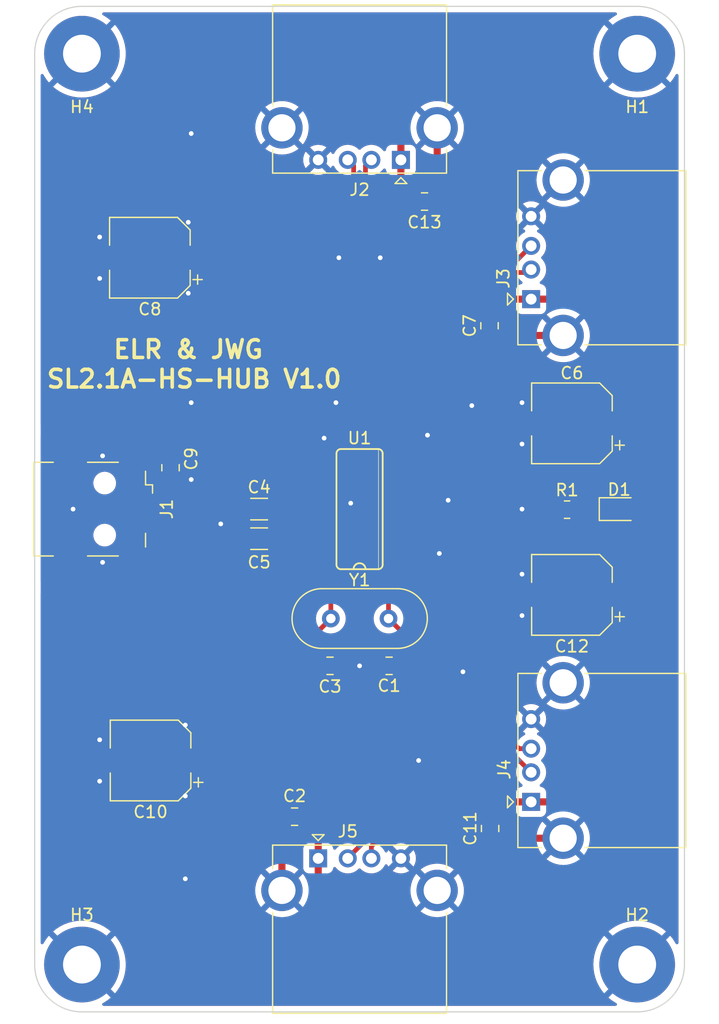
<source format=kicad_pcb>
(kicad_pcb (version 20211014) (generator pcbnew)
  (layers (0 "F.Cu" signal) (31 "B.Cu" signal) (34 "B.Paste" user) (35 "F.Paste" user) (36 "B.SilkS" user "B.Silkscreen") (37 "F.SilkS" user "F.Silkscreen") (38 "B.Mask" user) (39 "F.Mask" user) (44 "Edge.Cuts" user))
  (net 0 "")
  (net 1 "Net-(C1-Pad1)")
  (net 2 "GND")
  (net 3 "+5V")
  (net 4 "Net-(C3-Pad1)")
  (net 5 "Net-(C4-Pad2)")
  (net 6 "Net-(C5-Pad2)")
  (net 7 "Net-(J1-Pad2)")
  (net 8 "Net-(J1-Pad3)")
  (net 10 "Net-(J2-Pad2)")
  (net 11 "Net-(J2-Pad3)")
  (net 12 "Net-(J3-Pad2)")
  (net 13 "Net-(J3-Pad3)")
  (net 14 "Net-(J4-Pad2)")
  (net 15 "Net-(J4-Pad3)")
  (net 16 "Net-(J5-Pad2)")
  (net 17 "Net-(J5-Pad3)")
  (net 18 "Net-(D1-Pad1)")
  (footprint "Capacitor_SMD:CP_Elec_6.3x5.2" (layer "F.Cu") (at 130.75 84.25 180)
    (fp_text reference "C8" (at 0 -4.35) (layer "F.SilkS"))
    (fp_text value "100u")
    (fp_line (start 3.41 -3.41) (end 3.41 -1.06) (layer "F.SilkS") (width 0.12))
    (fp_line (start -3.41 2.345563) (end -3.41 1.06) (layer "F.SilkS") (width 0.12))
    (fp_line (start -2.345563 -3.41) (end 3.41 -3.41) (layer "F.SilkS") (width 0.12))
    (fp_line (start -3.41 -2.345563) (end -2.345563 -3.41) (layer "F.SilkS") (width 0.12))
    (fp_line (start -2.345563 3.41) (end 3.41 3.41) (layer "F.SilkS") (width 0.12))
    (fp_line (start -4.4375 -1.8475) (end -3.65 -1.8475) (layer "F.SilkS") (width 0.12))
    (fp_line (start -3.41 -2.345563) (end -3.41 -1.06) (layer "F.SilkS") (width 0.12))
    (fp_line (start -3.41 2.345563) (end -2.345563 3.41) (layer "F.SilkS") (width 0.12))
    (fp_line (start 3.41 3.41) (end 3.41 1.06) (layer "F.SilkS") (width 0.12))
    (fp_line (start -4.04375 -2.24125) (end -4.04375 -1.45375) (layer "F.SilkS") (width 0.12))
    (pad "1" smd roundrect locked (at -2.8 0 180) (size 3.5 1.6) (layers "F.Cu" "F.Paste" "F.Mask") (roundrect_rratio 0.15625) (net 3 "+5V"))
    (pad "2" smd roundrect locked (at 2.8 0 180) (size 3.5 1.6) (layers "F.Cu" "F.Paste" "F.Mask") (roundrect_rratio 0.15625) (net 2 "GND"))
  )
  (footprint "Capacitor_SMD:C_0805_2012Metric" (layer "F.Cu") (at 143 131.5 180)
    (fp_text reference "C2" (at 0 1.75) (layer "F.SilkS"))
    (fp_text value "0.1u")
    (fp_line (start -0.261252 -0.735) (end 0.261252 -0.735) (layer "F.SilkS") (width 0.12))
    (fp_line (start -0.261252 0.735) (end 0.261252 0.735) (layer "F.SilkS") (width 0.12))
    (pad "1" smd roundrect (at -0.95 0 180) (size 1 1.45) (layers "F.Cu" "F.Paste" "F.Mask") (net 3 "+5V"))
    (pad "2" smd roundrect (at 0.95 0 180) (size 1 1.45) (layers "F.Cu" "F.Paste" "F.Mask") (net 2 "GND"))
  )
  (footprint "Connector_USB:USB_A_CONNFLY_DS1095-WNR0" (layer "F.Cu") (at 152 75.9775 180)
    (fp_text reference "J2" (at 3.5 -2.5225) (layer "F.SilkS"))
    (fp_text value "USB_A")
    (fp_line (start -3.86 4.56) (end -3.86 13.1) (layer "F.SilkS") (width 0.12))
    (fp_line (start -3.86 13.1) (end 10.86 13.1) (layer "F.SilkS") (width 0.12))
    (fp_line (start -0.5 -2) (end 0 -1.5) (layer "F.SilkS") (width 0.12))
    (fp_line (start -3.86 -1.12) (end 10.86 -1.12) (layer "F.SilkS") (width 0.12))
    (fp_line (start 0 -1.5) (end 0.5 -2) (layer "F.SilkS") (width 0.12))
    (fp_line (start 0.5 -2) (end -0.5 -2) (layer "F.SilkS") (width 0.12))
    (fp_line (start -3.86 -1.12) (end -3.86 0.86) (layer "F.SilkS") (width 0.12))
    (fp_line (start 10.86 4.56) (end 10.86 13.1) (layer "F.SilkS") (width 0.12))
    (fp_line (start 10.86 0.86) (end 10.86 -1.12) (layer "F.SilkS") (width 0.12))
    (pad "1" thru_hole rect locked (at 0 0 180) (size 1.524 1.524) (drill 0.92) (layers *.Cu *.Mask) (net 3 "+5V"))
    (pad "2" thru_hole circle locked (at 2.5 0 180) (size 1.524 1.524) (drill 0.92) (layers *.Cu *.Mask) (net 10 "Net-(J2-Pad2)"))
    (pad "3" thru_hole circle locked (at 4.5 0 180) (size 1.524 1.524) (drill 0.92) (layers *.Cu *.Mask) (net 11 "Net-(J2-Pad3)"))
    (pad "4" thru_hole circle locked (at 7 0 180) (size 1.524 1.524) (drill 0.92) (layers *.Cu *.Mask) (net 2 "GND"))
    (pad "5" thru_hole circle locked (at 10.07 2.71 180) (size 3.5 3.5) (drill 2.3) (layers *.Cu *.Mask) (net 2 "GND"))
    (pad "5" thru_hole circle locked (at -3.07 2.71 180) (size 3.5 3.5) (drill 2.3) (layers *.Cu *.Mask) (net 2 "GND"))
  )
  (footprint "Capacitor_SMD:CP_Elec_6.3x5.2" (layer "F.Cu") (at 166.474396 112.75 180)
    (fp_text reference "C12" (at 0 -4.35) (layer "F.SilkS"))
    (fp_text value "100u")
    (fp_line (start 3.41 -3.41) (end 3.41 -1.06) (layer "F.SilkS") (width 0.12))
    (fp_line (start -2.345563 3.41) (end 3.41 3.41) (layer "F.SilkS") (width 0.12))
    (fp_line (start -4.4375 -1.8475) (end -3.65 -1.8475) (layer "F.SilkS") (width 0.12))
    (fp_line (start -3.41 -2.345563) (end -3.41 -1.06) (layer "F.SilkS") (width 0.12))
    (fp_line (start -3.41 2.345563) (end -2.345563 3.41) (layer "F.SilkS") (width 0.12))
    (fp_line (start -2.345563 -3.41) (end 3.41 -3.41) (layer "F.SilkS") (width 0.12))
    (fp_line (start -3.41 -2.345563) (end -2.345563 -3.41) (layer "F.SilkS") (width 0.12))
    (fp_line (start 3.41 3.41) (end 3.41 1.06) (layer "F.SilkS") (width 0.12))
    (fp_line (start -3.41 2.345563) (end -3.41 1.06) (layer "F.SilkS") (width 0.12))
    (fp_line (start -4.04375 -2.24125) (end -4.04375 -1.45375) (layer "F.SilkS") (width 0.12))
    (pad "1" smd roundrect locked (at -2.8 0 180) (size 3.5 1.6) (layers "F.Cu" "F.Paste" "F.Mask") (roundrect_rratio 0.15625) (net 3 "+5V"))
    (pad "2" smd roundrect locked (at 2.8 0 180) (size 3.5 1.6) (layers "F.Cu" "F.Paste" "F.Mask") (roundrect_rratio 0.15625) (net 2 "GND"))
  )
  (footprint "Connector_USB:USB_A_CONNFLY_DS1095-WNR0" (layer "F.Cu") (at 145 135.0225)
    (fp_text reference "J5" (at 2.5 -2.2725) (layer "F.SilkS"))
    (fp_text value "USB_A")
    (fp_line (start 10.86 4.56) (end 10.86 13.1) (layer "F.SilkS") (width 0.12))
    (fp_line (start 10.86 0.86) (end 10.86 -1.12) (layer "F.SilkS") (width 0.12))
    (fp_line (start -3.86 13.1) (end 10.86 13.1) (layer "F.SilkS") (width 0.12))
    (fp_line (start 0 -1.5) (end 0.5 -2) (layer "F.SilkS") (width 0.12))
    (fp_line (start -3.86 -1.12) (end -3.86 0.86) (layer "F.SilkS") (width 0.12))
    (fp_line (start -3.86 -1.12) (end 10.86 -1.12) (layer "F.SilkS") (width 0.12))
    (fp_line (start 0.5 -2) (end -0.5 -2) (layer "F.SilkS") (width 0.12))
    (fp_line (start -3.86 4.56) (end -3.86 13.1) (layer "F.SilkS") (width 0.12))
    (fp_line (start -0.5 -2) (end 0 -1.5) (layer "F.SilkS") (width 0.12))
    (pad "1" thru_hole rect locked (at 0 0) (size 1.524 1.524) (drill 0.92) (layers *.Cu *.Mask) (net 3 "+5V"))
    (pad "2" thru_hole circle locked (at 2.5 0) (size 1.524 1.524) (drill 0.92) (layers *.Cu *.Mask) (net 16 "Net-(J5-Pad2)"))
    (pad "3" thru_hole circle locked (at 4.5 0) (size 1.524 1.524) (drill 0.92) (layers *.Cu *.Mask) (net 17 "Net-(J5-Pad3)"))
    (pad "4" thru_hole circle locked (at 7 0) (size 1.524 1.524) (drill 0.92) (layers *.Cu *.Mask) (net 2 "GND"))
    (pad "5" thru_hole circle locked (at 10.07 2.71) (size 3.5 3.5) (drill 2.3) (layers *.Cu *.Mask) (net 2 "GND"))
    (pad "5" thru_hole circle locked (at -3.07 2.71) (size 3.5 3.5) (drill 2.3) (layers *.Cu *.Mask) (net 2 "GND"))
  )
  (footprint "SL2:SO16" (layer "F.Cu") (at 148.5 105.5 90)
    (fp_text reference "U1" (at 6 0 180) (layer "F.SilkS"))
    (fp_text value "SL2.1A")
    (fp_line (start 5.08 1.5748) (end 5.08 -1.5748) (layer "F.SilkS") (width 0.1524))
    (fp_line (start -5.08 -1.5748) (end -5.08 -0.508) (layer "F.SilkS") (width 0.1524))
    (fp_line (start -5.08 1.6002) (end 5.08 1.6002) (layer "F.SilkS") (width 0.0508))
    (fp_line (start -4.699 1.9558) (end 4.699 1.9558) (layer "F.SilkS") (width 0.1524))
    (fp_line (start -5.08 -0.508) (end -5.08 0.508) (layer "F.SilkS") (width 0.1524))
    (fp_line (start 4.699 -1.9558) (end -4.699 -1.9558) (layer "F.SilkS") (width 0.1524))
    (fp_line (start -5.08 0.508) (end -5.08 1.5748) (layer "F.SilkS") (width 0.1524))
    (fp_arc (start 5.08 1.5748) (mid 4.968408 1.844208) (end 4.699 1.9558) (layer "F.SilkS") (width 0.1524))
    (fp_arc (start -5.08 -0.508) (mid -4.572 0) (end -5.08 0.508) (layer "F.SilkS") (width 0.1524))
    (fp_arc (start -5.08 -1.5748) (mid -4.968408 -1.844208) (end -4.699 -1.9558) (layer "F.SilkS") (width 0.1524))
    (fp_arc (start 4.699 -1.9558) (mid 4.968408 -1.844208) (end 5.08 -1.5748) (layer "F.SilkS") (width 0.1524))
    (fp_arc (start -4.699 1.9558) (mid -4.968408 1.844208) (end -5.08 1.5748) (layer "F.SilkS") (width 0.1524))
    (pad "1" smd rect locked (at -4.445 3.0734 90) (size 0.6604 2.032) (layers "F.Cu" "F.Paste" "F.Mask") (net 16 "Net-(J5-Pad2)"))
    (pad "2" smd rect locked (at -3.175 3.0734 90) (size 0.6604 2.032) (layers "F.Cu" "F.Paste" "F.Mask") (net 17 "Net-(J5-Pad3)"))
    (pad "3" smd rect locked (at -1.905 3.0734 90) (size 0.6604 2.032) (layers "F.Cu" "F.Paste" "F.Mask") (net 14 "Net-(J4-Pad2)"))
    (pad "4" smd rect locked (at -0.635 3.0734 90) (size 0.6604 2.032) (layers "F.Cu" "F.Paste" "F.Mask") (net 15 "Net-(J4-Pad3)"))
    (pad "5" smd rect locked (at 0.635 3.0734 90) (size 0.6604 2.032) (layers "F.Cu" "F.Paste" "F.Mask") (net 12 "Net-(J3-Pad2)"))
    (pad "6" smd rect locked (at 1.905 3.0734 90) (size 0.6604 2.032) (layers "F.Cu" "F.Paste" "F.Mask") (net 13 "Net-(J3-Pad3)"))
    (pad "7" smd rect locked (at 3.175 3.0734 90) (size 0.6604 2.032) (layers "F.Cu" "F.Paste" "F.Mask") (net 10 "Net-(J2-Pad2)"))
    (pad "8" smd rect locked (at 4.445 3.0734 90) (size 0.6604 2.032) (layers "F.Cu" "F.Paste" "F.Mask") (net 11 "Net-(J2-Pad3)"))
    (pad "9" smd rect locked (at 4.445 -3.0734 90) (size 0.6604 2.032) (layers "F.Cu" "F.Paste" "F.Mask") (net 7 "Net-(J1-Pad2)"))
    (pad "10" smd rect locked (at 3.175 -3.0734 90) (size 0.6604 2.032) (layers "F.Cu" "F.Paste" "F.Mask") (net 8 "Net-(J1-Pad3)"))
    (pad "11" smd rect locked (at 1.905 -3.0734 90) (size 0.6604 2.032) (layers "F.Cu" "F.Paste" "F.Mask") (net 3 "+5V"))
    (pad "12" smd rect locked (at 0.635 -3.0734 90) (size 0.6604 2.032) (layers "F.Cu" "F.Paste" "F.Mask") (net 2 "GND"))
    (pad "13" smd rect locked (at -0.635 -3.0734 90) (size 0.6604 2.032) (layers "F.Cu" "F.Paste" "F.Mask") (net 5 "Net-(C4-Pad2)"))
    (pad "14" smd rect locked (at -1.905 -3.0734 90) (size 0.6604 2.032) (layers "F.Cu" "F.Paste" "F.Mask") (net 6 "Net-(C5-Pad2)"))
    (pad "15" smd rect locked (at -3.175 -3.0734 90) (size 0.6604 2.032) (layers "F.Cu" "F.Paste" "F.Mask") (net 1 "Net-(C1-Pad1)"))
    (pad "16" smd rect locked (at -4.445 -3.0734 90) (size 0.6604 2.032) (layers "F.Cu" "F.Paste" "F.Mask") (net 4 "Net-(C3-Pad1)"))
  )
  (footprint "Capacitor_SMD:C_1206_3216Metric" (layer "F.Cu") (at 140 105.5)
    (fp_text reference "C4" (at 0 -1.85) (layer "F.SilkS"))
    (fp_text value "10u")
    (fp_line (start -0.711252 0.91) (end 0.711252 0.91) (layer "F.SilkS") (width 0.12))
    (fp_line (start -0.711252 -0.91) (end 0.711252 -0.91) (layer "F.SilkS") (width 0.12))
    (pad "1" smd roundrect (at -1.475 0) (size 1.15 1.8) (layers "F.Cu" "F.Paste" "F.Mask") (roundrect_rratio 0.2173913043) (net 2 "GND"))
    (pad "2" smd roundrect (at 1.475 0) (size 1.15 1.8) (layers "F.Cu" "F.Paste" "F.Mask") (roundrect_rratio 0.2173913043) (net 5 "Net-(C4-Pad2)"))
  )
  (footprint "Capacitor_SMD:C_1206_3216Metric" (layer "F.Cu") (at 140 108)
    (fp_text reference "C5" (at 0 2) (layer "F.SilkS"))
    (fp_text value "10u")
    (fp_line (start -0.711252 0.91) (end 0.711252 0.91) (layer "F.SilkS") (width 0.12))
    (fp_line (start -0.711252 -0.91) (end 0.711252 -0.91) (layer "F.SilkS") (width 0.12))
    (pad "1" smd roundrect (at -1.475 0) (size 1.15 1.8) (layers "F.Cu" "F.Paste" "F.Mask") (roundrect_rratio 0.2173913043) (net 2 "GND"))
    (pad "2" smd roundrect (at 1.475 0) (size 1.15 1.8) (layers "F.Cu" "F.Paste" "F.Mask") (roundrect_rratio 0.2173913043) (net 6 "Net-(C5-Pad2)"))
  )
  (footprint "Connector_USB:USB_A_CONNFLY_DS1095-WNR0" (layer "F.Cu") (at 163.0225 87.75 90)
    (fp_text reference "J3" (at 1.75 -2.35 90) (layer "F.SilkS"))
    (fp_text value "USB_A")
    (fp_line (start 0.5 -2) (end -0.5 -2) (layer "F.SilkS") (width 0.12))
    (fp_line (start -3.86 13.1) (end 10.86 13.1) (layer "F.SilkS") (width 0.12))
    (fp_line (start 10.86 4.56) (end 10.86 13.1) (layer "F.SilkS") (width 0.12))
    (fp_line (start 0 -1.5) (end 0.5 -2) (layer "F.SilkS") (width 0.12))
    (fp_line (start -3.86 -1.12) (end -3.86 0.86) (layer "F.SilkS") (width 0.12))
    (fp_line (start -3.86 4.56) (end -3.86 13.1) (layer "F.SilkS") (width 0.12))
    (fp_line (start 10.86 0.86) (end 10.86 -1.12) (layer "F.SilkS") (width 0.12))
    (fp_line (start -3.86 -1.12) (end 10.86 -1.12) (layer "F.SilkS") (width 0.12))
    (fp_line (start -0.5 -2) (end 0 -1.5) (layer "F.SilkS") (width 0.12))
    (pad "1" thru_hole rect locked (at 0 0 90) (size 1.524 1.524) (drill 0.92) (layers *.Cu *.Mask) (net 3 "+5V"))
    (pad "2" thru_hole circle locked (at 2.5 0 90) (size 1.524 1.524) (drill 0.92) (layers *.Cu *.Mask) (net 12 "Net-(J3-Pad2)"))
    (pad "3" thru_hole circle locked (at 4.5 0 90) (size 1.524 1.524) (drill 0.92) (layers *.Cu *.Mask) (net 13 "Net-(J3-Pad3)"))
    (pad "4" thru_hole circle locked (at 7 0 90) (size 1.524 1.524) (drill 0.92) (layers *.Cu *.Mask) (net 2 "GND"))
    (pad "5" thru_hole circle locked (at 10.07 2.71 90) (size 3.5 3.5) (drill 2.3) (layers *.Cu *.Mask) (net 2 "GND"))
    (pad "5" thru_hole circle locked (at -3.07 2.71 90) (size 3.5 3.5) (drill 2.3) (layers *.Cu *.Mask) (net 2 "GND"))
  )
  (footprint "Capacitor_SMD:C_0805_2012Metric" (layer "F.Cu") (at 132.5 102 -90)
    (fp_text reference "C9" (at -0.75 -1.75 90) (layer "F.SilkS"))
    (fp_text value "0.1u")
    (fp_line (start -0.261252 -0.735) (end 0.261252 -0.735) (layer "F.SilkS") (width 0.12))
    (fp_line (start -0.261252 0.735) (end 0.261252 0.735) (layer "F.SilkS") (width 0.12))
    (pad "1" smd roundrect (at -0.95 0 270) (size 1 1.45) (layers "F.Cu" "F.Paste" "F.Mask") (net 2 "GND"))
    (pad "2" smd roundrect (at 0.95 0 270) (size 1 1.45) (layers "F.Cu" "F.Paste" "F.Mask") (net 3 "+5V"))
  )
  (footprint "Capacitor_SMD:C_0805_2012Metric" (layer "F.Cu") (at 146 118.75)
    (fp_text reference "C3" (at 0 1.75) (layer "F.SilkS"))
    (fp_text value "22p")
    (fp_line (start -0.261252 0.735) (end 0.261252 0.735) (layer "F.SilkS") (width 0.12))
    (fp_line (start -0.261252 -0.735) (end 0.261252 -0.735) (layer "F.SilkS") (width 0.12))
    (pad "1" smd roundrect (at -0.95 0) (size 1 1.45) (layers "F.Cu" "F.Paste" "F.Mask") (net 4 "Net-(C3-Pad1)"))
    (pad "2" smd roundrect (at 0.95 0) (size 1 1.45) (layers "F.Cu" "F.Paste" "F.Mask") (net 2 "GND"))
  )
  (footprint "Crystal:Crystal_HC49-4H_Vertical" (layer "F.Cu") (at 150.95 114.75 180)
    (fp_text reference "Y1" (at 2.44 3.25) (layer "F.SilkS"))
    (fp_text value "12MHz")
    (fp_line (start -0.76 2.525) (end 5.64 2.525) (layer "F.SilkS") (width 0.12))
    (fp_line (start -0.76 -2.525) (end 5.64 -2.525) (layer "F.SilkS") (width 0.12))
    (fp_arc (start -0.76 2.525) (mid -3.285 0) (end -0.76 -2.525) (layer "F.SilkS") (width 0.12))
    (fp_arc (start 5.64 -2.525) (mid 8.165 0) (end 5.64 2.525) (layer "F.SilkS") (width 0.12))
    (pad "1" thru_hole circle (at 0 0 180) (size 1.5 1.5) (drill 0.8) (layers *.Cu *.Mask) (net 1 "Net-(C1-Pad1)"))
    (pad "2" thru_hole circle (at 4.88 0 180) (size 1.5 1.5) (drill 0.8) (layers *.Cu *.Mask) (net 4 "Net-(C3-Pad1)"))
  )
  (footprint "MountingHole:MountingHole_3.2mm_M3_Pad" (layer "F.Cu") (at 172 67)
    (fp_text reference "H1" (at 0 4.5) (layer "F.SilkS"))
    (fp_text value "MountingHole_Pad")
    (pad "1" thru_hole circle locked (at 0 0) (size 6.4 6.4) (drill 3.2) (layers *.Cu *.Mask) (net 2 "GND"))
  )
  (footprint "Capacitor_SMD:C_0805_2012Metric" (layer "F.Cu") (at 151 118.75 180)
    (fp_text reference "C1" (at 0 -1.68) (layer "F.SilkS"))
    (fp_text value "22p")
    (fp_line (start -0.261252 -0.735) (end 0.261252 -0.735) (layer "F.SilkS") (width 0.12))
    (fp_line (start -0.261252 0.735) (end 0.261252 0.735) (layer "F.SilkS") (width 0.12))
    (pad "1" smd roundrect (at -0.95 0 180) (size 1 1.45) (layers "F.Cu" "F.Paste" "F.Mask") (net 1 "Net-(C1-Pad1)"))
    (pad "2" smd roundrect (at 0.95 0 180) (size 1 1.45) (layers "F.Cu" "F.Paste" "F.Mask") (net 2 "GND"))
  )
  (footprint "Capacitor_SMD:C_0805_2012Metric" (layer "F.Cu") (at 159.5 90 90)
    (fp_text reference "C7" (at 0 -1.68 90) (layer "F.SilkS"))
    (fp_text value "0.1u")
    (fp_line (start -0.261252 -0.735) (end 0.261252 -0.735) (layer "F.SilkS") (width 0.12))
    (fp_line (start -0.261252 0.735) (end 0.261252 0.735) (layer "F.SilkS") (width 0.12))
    (pad "1" smd roundrect (at -0.95 0 90) (size 1 1.45) (layers "F.Cu" "F.Paste" "F.Mask") (net 2 "GND"))
    (pad "2" smd roundrect (at 0.95 0 90) (size 1 1.45) (layers "F.Cu" "F.Paste" "F.Mask") (net 3 "+5V"))
  )
  (footprint "Connector_USB:USB_A_CONNFLY_DS1095-WNR0" (layer "F.Cu") (at 163.0225 130.25 90)
    (fp_text reference "J4" (at 2.75 -2.2725 90) (layer "F.SilkS"))
    (fp_text value "USB_A")
    (fp_line (start 0.5 -2) (end -0.5 -2) (layer "F.SilkS") (width 0.12))
    (fp_line (start -3.86 -1.12) (end 10.86 -1.12) (layer "F.SilkS") (width 0.12))
    (fp_line (start 10.86 0.86) (end 10.86 -1.12) (layer "F.SilkS") (width 0.12))
    (fp_line (start -0.5 -2) (end 0 -1.5) (layer "F.SilkS") (width 0.12))
    (fp_line (start -3.86 -1.12) (end -3.86 0.86) (layer "F.SilkS") (width 0.12))
    (fp_line (start -3.86 4.56) (end -3.86 13.1) (layer "F.SilkS") (width 0.12))
    (fp_line (start 0 -1.5) (end 0.5 -2) (layer "F.SilkS") (width 0.12))
    (fp_line (start 10.86 4.56) (end 10.86 13.1) (layer "F.SilkS") (width 0.12))
    (fp_line (start -3.86 13.1) (end 10.86 13.1) (layer "F.SilkS") (width 0.12))
    (pad "1" thru_hole rect locked (at 0 0 90) (size 1.524 1.524) (drill 0.92) (layers *.Cu *.Mask) (net 3 "+5V"))
    (pad "2" thru_hole circle locked (at 2.5 0 90) (size 1.524 1.524) (drill 0.92) (layers *.Cu *.Mask) (net 14 "Net-(J4-Pad2)"))
    (pad "3" thru_hole circle locked (at 4.5 0 90) (size 1.524 1.524) (drill 0.92) (layers *.Cu *.Mask) (net 15 "Net-(J4-Pad3)"))
    (pad "4" thru_hole circle locked (at 7 0 90) (size 1.524 1.524) (drill 0.92) (layers *.Cu *.Mask) (net 2 "GND"))
    (pad "5" thru_hole circle locked (at 10.07 2.71 90) (size 3.5 3.5) (drill 2.3) (layers *.Cu *.Mask) (net 2 "GND"))
    (pad "5" thru_hole circle locked (at -3.07 2.71 90) (size 3.5 3.5) (drill 2.3) (layers *.Cu *.Mask) (net 2 "GND"))
  )
  (footprint "MountingHole:MountingHole_3.2mm_M3_Pad" (layer "F.Cu") (at 125 67)
    (fp_text reference "H4" (at 0 4.5) (layer "F.SilkS"))
    (fp_text value "MountingHole_Pad")
    (pad "1" thru_hole circle locked (at 0 0) (size 6.4 6.4) (drill 3.2) (layers *.Cu *.Mask) (net 2 "GND"))
  )
  (footprint "Capacitor_SMD:CP_Elec_6.3x5.2" (layer "F.Cu") (at 130.808523 126.75 180)
    (fp_text reference "C10" (at 0 -4.35) (layer "F.SilkS"))
    (fp_text value "100u")
    (fp_line (start -3.41 2.345563) (end -2.345563 3.41) (layer "F.SilkS") (width 0.12))
    (fp_line (start -3.41 -2.345563) (end -2.345563 -3.41) (layer "F.SilkS") (width 0.12))
    (fp_line (start -4.04375 -2.24125) (end -4.04375 -1.45375) (layer "F.SilkS") (width 0.12))
    (fp_line (start -4.4375 -1.8475) (end -3.65 -1.8475) (layer "F.SilkS") (width 0.12))
    (fp_line (start -2.345563 -3.41) (end 3.41 -3.41) (layer "F.SilkS") (width 0.12))
    (fp_line (start -2.345563 3.41) (end 3.41 3.41) (layer "F.SilkS") (width 0.12))
    (fp_line (start 3.41 -3.41) (end 3.41 -1.06) (layer "F.SilkS") (width 0.12))
    (fp_line (start -3.41 -2.345563) (end -3.41 -1.06) (layer "F.SilkS") (width 0.12))
    (fp_line (start -3.41 2.345563) (end -3.41 1.06) (layer "F.SilkS") (width 0.12))
    (fp_line (start 3.41 3.41) (end 3.41 1.06) (layer "F.SilkS") (width 0.12))
    (pad "1" smd roundrect locked (at -2.8 0 180) (size 3.5 1.6) (layers "F.Cu" "F.Paste" "F.Mask") (roundrect_rratio 0.15625) (net 3 "+5V"))
    (pad "2" smd roundrect locked (at 2.8 0 180) (size 3.5 1.6) (layers "F.Cu" "F.Paste" "F.Mask") (roundrect_rratio 0.15625) (net 2 "GND"))
  )
  (footprint "Resistor_SMD:R_0805_2012Metric" (layer "F.Cu") (at 166.064396 105.545)
    (fp_text reference "R1" (at 0 -1.65) (layer "F.SilkS"))
    (fp_text value "2.2K")
    (fp_line (start -0.227064 -0.735) (end 0.227064 -0.735) (layer "F.SilkS") (width 0.12))
    (fp_line (start -0.227064 0.735) (end 0.227064 0.735) (layer "F.SilkS") (width 0.12))
    (pad "1" smd roundrect (at -0.9125 0) (size 1.025 1.4) (layers "F.Cu" "F.Paste" "F.Mask") (roundrect_rratio 0.243902439) (net 2 "GND"))
    (pad "2" smd roundrect (at 0.9125 0) (size 1.025 1.4) (layers "F.Cu" "F.Paste" "F.Mask") (roundrect_rratio 0.243902439) (net 18 "Net-(D1-Pad1)"))
  )
  (footprint "Connector_USB:USB_Mini-B_Wuerth_65100516121_Horizontal" (layer "F.Cu") (at 126.925 105.5 -90)
    (fp_text reference "J1" (at 0 -5.25 90) (layer "F.SilkS"))
    (fp_text value "USB_B_Mini")
    (fp_line (start 3.96 -1.15) (end 3.96 1.45) (layer "F.SilkS") (width 0.12))
    (fp_line (start -3.96 4.35) (end -3.96 6.01) (layer "F.SilkS") (width 0.12))
    (fp_line (start -3.2 -3.46) (end -2.05 -3.46) (layer "F.SilkS") (width 0.12))
    (fp_line (start -2.05 -3.46) (end -2.05 -4.05) (layer "F.SilkS") (width 0.12))
    (fp_line (start -2.05 -4.05) (end -1.35 -4.05) (layer "F.SilkS") (width 0.12))
    (fp_line (start 3.96 6.01) (end 3.96 4.35) (layer "F.SilkS") (width 0.12))
    (fp_line (start -3.96 6.01) (end 3.96 6.01) (layer "F.SilkS") (width 0.12))
    (fp_line (start -3.96 1.45) (end -3.96 -1.15) (layer "F.SilkS") (width 0.12))
    (fp_line (start 2.05 -3.46) (end 3.2 -3.46) (layer "F.SilkS") (width 0.12))
    (pad "" np_thru_hole circle locked (at -2.2 0 270) (size 0.9 0.9) (drill 0.9) (layers *.Cu *.Mask))
    (pad "" np_thru_hole circle locked (at 2.2 0 270) (size 0.9 0.9) (drill 0.9) (layers *.Cu *.Mask))
    (pad "1" smd rect locked (at -1.6 -2.6 270) (size 0.5 2.5) (layers "F.Cu" "F.Paste" "F.Mask") (net 3 "+5V"))
    (pad "2" smd rect locked (at -0.8 -2.6 270) (size 0.5 2.5) (layers "F.Cu" "F.Paste" "F.Mask") (net 7 "Net-(J1-Pad2)"))
    (pad "3" smd rect locked (at 0 -2.6 270) (size 0.5 2.5) (layers "F.Cu" "F.Paste" "F.Mask") (net 8 "Net-(J1-Pad3)"))
    (pad "4" smd rect locked (at 0.8 -2.6 270) (size 0.5 2.5) (layers "F.Cu" "F.Paste" "F.Mask"))
    (pad "5" smd rect locked (at 1.6 -2.6 270) (size 0.5 2.5) (layers "F.Cu" "F.Paste" "F.Mask") (net 2 "GND"))
    (pad "6" smd rect locked (at -4.4 2.9 270) (size 2 2.5) (layers "F.Cu" "F.Paste" "F.Mask") (net 2 "GND"))
    (pad "6" smd rect locked (at 4.4 -2.6 270) (size 2 2.5) (layers "F.Cu" "F.Paste" "F.Mask") (net 2 "GND"))
    (pad "6" smd rect locked (at 4.4 2.9 270) (size 2 2.5) (layers "F.Cu" "F.Paste" "F.Mask") (net 2 "GND"))
    (pad "6" smd rect locked (at -4.4 -2.6 270) (size 2 2.5) (layers "F.Cu" "F.Paste" "F.Mask") (net 2 "GND"))
  )
  (footprint "MountingHole:MountingHole_3.2mm_M3_Pad" (layer "F.Cu") (at 172 144)
    (fp_text reference "H2" (at 0 -4.2) (layer "F.SilkS"))
    (fp_text value "MountingHole_Pad")
    (pad "1" thru_hole circle locked (at 0 0) (size 6.4 6.4) (drill 3.2) (layers *.Cu *.Mask) (net 2 "GND"))
  )
  (footprint "Capacitor_SMD:C_0805_2012Metric" (layer "F.Cu") (at 159.55 132.5 90)
    (fp_text reference "C11" (at 0 -1.68 90) (layer "F.SilkS"))
    (fp_text value "0.1u")
    (fp_line (start -0.261252 -0.735) (end 0.261252 -0.735) (layer "F.SilkS") (width 0.12))
    (fp_line (start -0.261252 0.735) (end 0.261252 0.735) (layer "F.SilkS") (width 0.12))
    (pad "1" smd roundrect (at -0.95 0 90) (size 1 1.45) (layers "F.Cu" "F.Paste" "F.Mask") (net 2 "GND"))
    (pad "2" smd roundrect (at 0.95 0 90) (size 1 1.45) (layers "F.Cu" "F.Paste" "F.Mask") (net 3 "+5V"))
  )
  (footprint "LED_SMD:LED_0805_2012Metric" (layer "F.Cu") (at 170.474396 105.5)
    (fp_text reference "D1" (at 0 -1.65) (layer "F.SilkS"))
    (fp_text value "ORANGE")
    (fp_line (start -1.685 -0.96) (end -1.685 0.96) (layer "F.SilkS") (width 0.12))
    (fp_line (start 1 -0.96) (end -1.685 -0.96) (layer "F.SilkS") (width 0.12))
    (fp_line (start -1.685 0.96) (end 1 0.96) (layer "F.SilkS") (width 0.12))
    (pad "1" smd roundrect (at -0.9375 0) (size 0.975 1.4) (layers "F.Cu" "F.Paste" "F.Mask") (net 18 "Net-(D1-Pad1)"))
    (pad "2" smd roundrect (at 0.9375 0) (size 0.975 1.4) (layers "F.Cu" "F.Paste" "F.Mask") (net 3 "+5V"))
  )
  (footprint "Capacitor_SMD:C_0805_2012Metric" (layer "F.Cu") (at 154 79.5 180)
    (fp_text reference "C13" (at 0 -1.75) (layer "F.SilkS"))
    (fp_text value "0.1u")
    (fp_line (start -0.261252 -0.735) (end 0.261252 -0.735) (layer "F.SilkS") (width 0.12))
    (fp_line (start -0.261252 0.735) (end 0.261252 0.735) (layer "F.SilkS") (width 0.12))
    (pad "1" smd roundrect (at -0.95 0 180) (size 1 1.45) (layers "F.Cu" "F.Paste" "F.Mask") (net 2 "GND"))
    (pad "2" smd roundrect (at 0.95 0 180) (size 1 1.45) (layers "F.Cu" "F.Paste" "F.Mask") (net 3 "+5V"))
  )
  (footprint "MountingHole:MountingHole_3.2mm_M3_Pad" (layer "F.Cu") (at 125 144)
    (fp_text reference "H3" (at 0 -4.2) (layer "F.SilkS"))
    (fp_text value "MountingHole_Pad")
    (pad "1" thru_hole circle locked (at 0 0) (size 6.4 6.4) (drill 3.2) (layers *.Cu *.Mask) (net 2 "GND"))
  )
  (footprint "Capacitor_SMD:CP_Elec_6.3x5.2" (layer "F.Cu") (at 166.474396 98.25 180)
    (fp_text reference "C6" (at 0 4.25) (layer "F.SilkS"))
    (fp_text value "100u")
    (fp_line (start -3.41 2.345563) (end -2.345563 3.41) (layer "F.SilkS") (width 0.12))
    (fp_line (start -4.4375 -1.8475) (end -3.65 -1.8475) (layer "F.SilkS") (width 0.12))
    (fp_line (start -3.41 2.345563) (end -3.41 1.06) (layer "F.SilkS") (width 0.12))
    (fp_line (start -2.345563 -3.41) (end 3.41 -3.41) (layer "F.SilkS") (width 0.12))
    (fp_line (start 3.41 -3.41) (end 3.41 -1.06) (layer "F.SilkS") (width 0.12))
    (fp_line (start -3.41 -2.345563) (end -2.345563 -3.41) (layer "F.SilkS") (width 0.12))
    (fp_line (start -3.41 -2.345563) (end -3.41 -1.06) (layer "F.SilkS") (width 0.12))
    (fp_line (start -4.04375 -2.24125) (end -4.04375 -1.45375) (layer "F.SilkS") (width 0.12))
    (fp_line (start 3.41 3.41) (end 3.41 1.06) (layer "F.SilkS") (width 0.12))
    (fp_line (start -2.345563 3.41) (end 3.41 3.41) (layer "F.SilkS") (width 0.12))
    (pad "1" smd roundrect locked (at -2.8 0 180) (size 3.5 1.6) (layers "F.Cu" "F.Paste" "F.Mask") (roundrect_rratio 0.15625) (net 3 "+5V"))
    (pad "2" smd roundrect locked (at 2.8 0 180) (size 3.5 1.6) (layers "F.Cu" "F.Paste" "F.Mask") (roundrect_rratio 0.15625) (net 2 "GND"))
  )
  (gr_line (start 172 63) (end 125 63) (layer "Edge.Cuts") (width 0.1))
  (gr_arc (start 176 144) (mid 174.828427 146.828427) (end 172 148) (layer "Edge.Cuts") (width 0.1))
  (gr_line (start 176 144) (end 176 67) (layer "Edge.Cuts") (width 0.1))
  (gr_line (start 125 148) (end 172 148) (layer "Edge.Cuts") (width 0.1))
  (gr_arc (start 121 67) (mid 122.171573 64.171573) (end 125 63) (layer "Edge.Cuts") (width 0.1))
  (gr_line (start 121 67) (end 121 144) (layer "Edge.Cuts") (width 0.1))
  (gr_arc (start 125 148) (mid 122.171573 146.828427) (end 121 144) (layer "Edge.Cuts") (width 0.1))
  (gr_arc (start 172 63) (mid 174.828427 64.171573) (end 176 67) (layer "Edge.Cuts") (width 0.1))
  (gr_text "ELR & JWG" (at 134 92) (layer "F.SilkS") (effects (font (size 1.5 1.5) (thickness 0.3))))
  (gr_text "SL2.1A-HS-HUB V1.0" (at 134.5 94.5) (layer "F.SilkS") (effects (font (size 1.5 1.5) (thickness 0.3))))
  (segment (start 151.95 115.75) (end 150.95 114.75) (width 0.4) (layer "F.Cu") (net 1))
  (segment (start 150.95 114.75) (end 150.95 113.323178) (width 0.4) (layer "F.Cu") (net 1))
  (segment (start 150.95 113.323178) (end 146.301822 108.675) (width 0.4) (layer "F.Cu") (net 1))
  (segment (start 146.301822 108.675) (end 145.4266 108.675) (width 0.4) (layer "F.Cu") (net 1))
  (segment (start 151.95 118.75) (end 151.95 115.75) (width 0.4) (layer "F.Cu") (net 1))
  (segment (start 126.65 109.9) (end 126.75 110) (width 0.6) (layer "F.Cu") (net 2))
  (segment (start 141.93 131.62) (end 142.05 131.5) (width 0.6) (layer "F.Cu") (net 2))
  (segment (start 162.295 105.545) (end 162.25 105.5) (width 0.4) (layer "F.Cu") (net 2))
  (segment (start 129.525 107.1) (end 129.525 109.9) (width 0.3) (layer "F.Cu") (net 2))
  (segment (start 126.75 101) (end 126.85 101.1) (width 0.6) (layer "F.Cu") (net 2))
  (segment (start 128.008523 126.991477) (end 126.5 128.5) (width 0.4) (layer "F.Cu") (net 2))
  (segment (start 129.575 101.05) (end 129.525 101.1) (width 0.4) (layer "F.Cu") (net 2))
  (segment (start 128.008523 126.75) (end 128.008523 126.508523) (width 0.4) (layer "F.Cu") (net 2))
  (segment (start 138 105.5) (end 136.75 106.75) (width 0.6) (layer "F.Cu") (net 2))
  (segment (start 159.55 133.45) (end 159.68 133.32) (width 0.6) (layer "F.Cu") (net 2))
  (segment (start 155.07 73.2675) (end 155.07 79.38) (width 0.6) (layer "F.Cu") (net 2))
  (segment (start 138 108) (end 136.75 106.75) (width 0.6) (layer "F.Cu") (net 2))
  (segment (start 127.95 83.95) (end 126.5 82.5) (width 0.4) (layer "F.Cu") (net 2))
  (segment (start 128.008523 126.508523) (end 126.5 125) (width 0.4) (layer "F.Cu") (net 2))
  (segment (start 163.674396 113.075604) (end 162.25 114.5) (width 0.4) (layer "F.Cu") (net 2))
  (segment (start 165.7325 90.82) (end 159.63 90.82) (width 0.6) (layer "F.Cu") (net 2))
  (segment (start 126.65 101.1) (end 124.025 101.1) (width 0.6) (layer "F.Cu") (net 2))
  (segment (start 127.95 84.55) (end 126.5 86) (width 0.4) (layer "F.Cu") (net 2))
  (segment (start 155.07 79.38) (end 154.95 79.5) (width 0.6) (layer "F.Cu") (net 2))
  (segment (start 127.95 84.25) (end 127.95 84.55) (width 0.4) (layer "F.Cu") (net 2))
  (segment (start 129.525 109.9) (end 126.85 109.9) (width 0.6) (layer "F.Cu") (net 2))
  (segment (start 138.525 105.5) (end 138 105.5) (width 0.6) (layer "F.Cu") (net 2))
  (segment (start 145.4266 104.865) (end 147.615 104.865) (width 0.6) (layer "F.Cu") (net 2))
  (segment (start 126.85 109.9) (end 126.75 110) (width 0.6) (layer "F.Cu") (net 2))
  (segment (start 165.151896 105.545) (end 162.295 105.545) (width 0.4) (layer "F.Cu") (net 2))
  (segment (start 163.674396 112.75) (end 163.674396 112.424396) (width 0.4) (layer "F.Cu") (net 2))
  (segment (start 163.674396 98.25) (end 163.674396 98.575604) (width 0.4) (layer "F.Cu") (net 2))
  (segment (start 150.05 118.75) (end 148.5 118.75) (width 0.6) (layer "F.Cu") (net 2))
  (segment (start 159.68 133.32) (end 165.7325 133.32) (width 0.6) (layer "F.Cu") (net 2))
  (segment (start 147.615 104.865) (end 147.75 105) (width 0.6) (layer "F.Cu") (net 2))
  (segment (start 138.525 108) (end 138 108) (width 0.6) (layer "F.Cu") (net 2))
  (segment (start 128.008523 126.75) (end 128.008523 126.991477) (width 0.4) (layer "F.Cu") (net 2))
  (segment (start 126.85 101.1) (end 129.525 101.1) (width 0.6) (layer "F.Cu") (net 2))
  (segment (start 163.674396 98.25) (end 163.674396 97.924396) (width 0.4) (layer "F.Cu") (net 2))
  (segment (start 163.674396 98.575604) (end 162.25 100) (width 0.4) (layer "F.Cu") (net 2))
  (segment (start 126.75 101) (end 126.65 101.1) (width 0.6) (layer "F.Cu") (net 2))
  (segment (start 141.93 137.7325) (end 141.93 131.62) (width 0.6) (layer "F.Cu") (net 2))
  (segment (start 127.95 84.25) (end 127.95 83.95) (width 0.4) (layer "F.Cu") (net 2))
  (segment (start 132.5 101.05) (end 129.575 101.05) (width 0.4) (layer "F.Cu") (net 2))
  (segment (start 163.674396 112.424396) (end 162.25 111) (width 0.4) (layer "F.Cu") (net 2))
  (segment (start 163.674396 97.924396) (end 162.25 96.5) (width 0.4) (layer "F.Cu") (net 2))
  (segment (start 159.63 90.82) (end 159.5 90.95) (width 0.6) (layer "F.Cu") (net 2))
  (segment (start 124.025 109.9) (end 126.65 109.9) (width 0.6) (layer "F.Cu") (net 2))
  (segment (start 146.95 118.75) (end 148.5 118.75) (width 0.6) (layer "F.Cu") (net 2))
  (segment (start 163.674396 112.75) (end 163.674396 113.075604) (width 0.4) (layer "F.Cu") (net 2))
  (via (at 126.5 128.5) (size 0.8) (drill 0.4) (layers "F.Cu" "B.Cu") (net 2))
  (via (at 155.25 109.25) (size 0.8) (drill 0.4) (layers "F.Cu" "B.Cu") (net 2))
  (via (at 126.75 101) (size 0.8) (drill 0.4) (layers "F.Cu" "B.Cu") (net 2))
  (via (at 148.5 118.75) (size 0.8) (drill 0.4) (layers "F.Cu" "B.Cu") (net 2))
  (via (at 157.25 119.25) (size 0.8) (drill 0.4) (layers "F.Cu" "B.Cu") (net 2))
  (via (at 145.5 99.5) (size 0.8) (drill 0.4) (layers "F.Cu" "B.Cu") (net 2))
  (via (at 158 96.75) (size 0.8) (drill 0.4) (layers "F.Cu" "B.Cu") (net 2))
  (via (at 133.75 129.75) (size 0.8) (drill 0.4) (layers "F.Cu" "B.Cu") (net 2))
  (via (at 126.5 82.5) (size 0.8) (drill 0.4) (layers "F.Cu" "B.Cu") (net 2))
  (via (at 146.75 84.25) (size 0.8) (drill 0.4) (layers "F.Cu" "B.Cu") (net 2))
  (via (at 134.25 103) (size 0.8) (drill 0.4) (layers "F.Cu" "B.Cu") (net 2))
  (via (at 134.25 96.5) (size 0.8) (drill 0.4) (layers "F.Cu" "B.Cu") (net 2))
  (via (at 162.25 111) (size 0.8) (drill 0.4) (layers "F.Cu" "B.Cu") (net 2))
  (via (at 124.25 105.5) (size 0.8) (drill 0.4) (layers "F.Cu" "B.Cu") (net 2))
  (via (at 126.5 125) (size 0.8) (drill 0.4) (layers "F.Cu" "B.Cu") (net 2))
  (via (at 162.25 96.5) (size 0.8) (drill 0.4) (layers "F.Cu" "B.Cu") (net 2))
  (via (at 134 81.25) (size 0.8) (drill 0.4) (layers "F.Cu" "B.Cu") (net 2))
  (via (at 153.5 126.75) (size 0.8) (drill 0.4) (layers "F.Cu" "B.Cu") (net 2))
  (via (at 147.75 105) (size 0.8) (drill 0.4) (layers "F.Cu" "B.Cu") (net 2))
  (via (at 156 104.75) (size 0.8) (drill 0.4) (layers "F.Cu" "B.Cu") (net 2))
  (via (at 154.25 99.25) (size 0.8) (drill 0.4) (layers "F.Cu" "B.Cu") (net 2))
  (via (at 162.25 105.5) (size 0.8) (drill 0.4) (layers "F.Cu" "B.Cu") (net 2))
  (via (at 134 87.25) (size 0.8) (drill 0.4) (layers "F.Cu" "B.Cu") (net 2))
  (via (at 162.25 100) (size 0.8) (drill 0.4) (layers "F.Cu" "B.Cu") (net 2))
  (via (at 136.75 106.75) (size 0.8) (drill 0.4) (layers "F.Cu" "B.Cu") (net 2))
  (via (at 133.75 123.75) (size 0.8) (drill 0.4) (layers "F.Cu" "B.Cu") (net 2))
  (via (at 126.75 110) (size 0.8) (drill 0.4) (layers "F.Cu" "B.Cu") (net 2))
  (via (at 133.75 136.75) (size 0.8) (drill 0.4) (layers "F.Cu" "B.Cu") (net 2))
  (via (at 126.5 86) (size 0.8) (drill 0.4) (layers "F.Cu" "B.Cu") (net 2))
  (via (at 150.25 84.25) (size 0.8) (drill 0.4) (layers "F.Cu" "B.Cu") (net 2))
  (via (at 162.25 114.5) (size 0.8) (drill 0.4) (layers "F.Cu" "B.Cu") (net 2))
  (via (at 146.5 96.5) (size 0.8) (drill 0.4) (layers "F.Cu" "B.Cu") (net 2))
  (via (at 134.25 73.75) (size 0.8) (drill 0.4) (layers "F.Cu" "B.Cu") (net 2))
  (segment (start 163.0225 130.25) (end 160.85 130.25) (width 0.6) (layer "F.Cu") (net 3))
  (segment (start 145 132.55) (end 143.95 131.5) (width 0.6) (layer "F.Cu") (net 3))
  (segment (start 145 135.0225) (end 145 132.55) (width 0.6) (layer "F.Cu") (net 3))
  (segment (start 136.5 98.95) (end 132.5 102.95) (width 0.6) (layer "F.Cu") (net 3))
  (segment (start 129.525 103.9) (end 131.55 103.9) (width 0.4) (layer "F.Cu") (net 3))
  (segment (start 169.25 130.25) (end 169.5 130.5) (width 0.6) (layer "F.Cu") (net 3))
  (segment (start 147.75 99) (end 146.75 98) (width 0.6) (layer "F.Cu") (net 3))
  (segment (start 163.0225 87.75) (end 170.25 87.75) (width 0.6) (layer "F.Cu") (net 3))
  (segment (start 160.8 87.75) (end 159.5 89.05) (width 0.6) (layer "F.Cu") (net 3))
  (segment (start 170.25 87.75) (end 170.5 88) (width 0.6) (layer "F.Cu") (net 3))
  (segment (start 152 75.9775) (end 152 78.45) (width 0.6) (layer "F.Cu") (net 3))
  (segment (start 160.85 130.25) (end 159.55 131.55) (width 0.6) (layer "F.Cu") (net 3))
  (segment (start 136.5 98) (end 136.5 98.95) (width 0.6) (layer "F.Cu") (net 3))
  (segment (start 136.5 98) (end 127.75 98) (width 0.6) (layer "F.Cu") (net 3))
  (segment (start 131.55 103.9) (end 132.5 102.95) (width 0.4) (layer "F.Cu") (net 3))
  (segment (start 145 135.0225) (end 145 140.5) (width 0.6) (layer "F.Cu") (net 3))
  (segment (start 146.75 98) (end 136.5 98) (width 0.6) (layer "F.Cu") (net 3))
  (segment (start 163.0225 130.25) (end 169.25 130.25) (width 0.6) (layer "F.Cu") (net 3))
  (segment (start 152 75.9775) (end 152 69) (width 0.6) (layer "F.Cu") (net 3))
  (segment (start 163.0225 87.75) (end 160.8 87.75) (width 0.6) (layer "F.Cu") (net 3))
  (segment (start 152 78.45) (end 153.05 79.5) (width 0.6) (layer "F.Cu") (net 3))
  (segment (start 146.905 103.595) (end 147.75 102.75) (width 0.6) (layer "F.Cu") (net 3))
  (segment (start 145.4266 103.595) (end 146.905 103.595) (width 0.6) (layer "F.Cu") (net 3))
  (segment (start 147.75 102.75) (end 147.75 99) (width 0.6) (layer "F.Cu") (net 3))
  (segment (start 146.07 114.75) (end 146.07 110.5884) (width 0.4) (layer "F.Cu") (net 4))
  (segment (start 146.07 110.5884) (end 145.4266 109.945) (width 0.4) (layer "F.Cu") (net 4))
  (segment (start 145.05 118.75) (end 145.05 115.77) (width 0.4) (layer "F.Cu") (net 4))
  (segment (start 145.05 115.77) (end 146.07 114.75) (width 0.4) (layer "F.Cu") (net 4))
  (segment (start 142.11 106.135) (end 141.475 105.5) (width 0.4) (layer "F.Cu") (net 5))
  (segment (start 145.4266 106.135) (end 142.11 106.135) (width 0.4) (layer "F.Cu") (net 5))
  (segment (start 142.07 107.405) (end 145.4266 107.405) (width 0.4) (layer "F.Cu") (net 6))
  (segment (start 141.475 108) (end 142.07 107.405) (width 0.4) (layer "F.Cu") (net 6))
  (segment (start 129.525 104.7) (end 134.20215 104.7) (width 0.4) (layer "F.Cu") (net 7))
  (segment (start 137.176671 101.72548) (end 143.880898 101.72548) (width 0.4) (layer "F.Cu") (net 7))
  (segment (start 144.551378 101.055) (end 145.4266 101.055) (width 0.4) (layer "F.Cu") (net 7))
  (segment (start 143.880898 101.72548) (end 144.551378 101.055) (width 0.4) (layer "F.Cu") (net 7))
  (segment (start 134.20215 104.7) (end 137.176671 101.72548) (width 0.4) (layer "F.Cu") (net 7))
  (segment (start 137.425 102.325) (end 134.25 105.5) (width 0.4) (layer "F.Cu") (net 8))
  (segment (start 145.4266 102.325) (end 137.425 102.325) (width 0.4) (layer "F.Cu") (net 8))
  (segment (start 134.25 105.5) (end 129.525 105.5) (width 0.4) (layer "F.Cu") (net 8))
  (segment (start 152.675 102.325) (end 153.25 101.75) (width 0.4) (layer "F.Cu") (net 10))
  (segment (start 153.25 101.75) (end 153.25 100.586378) (width 0.4) (layer "F.Cu") (net 10))
  (segment (start 153.25 100.586378) (end 149 96.336378) (width 0.4) (layer "F.Cu") (net 10))
  (segment (start 149 96.336378) (end 149 76.4775) (width 0.4) (layer "F.Cu") (net 10))
  (segment (start 149 76.4775) (end 149.5 75.9775) (width 0.4) (layer "F.Cu") (net 10))
  (segment (start 151.5734 102.325) (end 152.675 102.325) (width 0.4) (layer "F.Cu") (net 10))
  (segment (start 151.5734 101.055) (end 151.5734 100.0734) (width 0.4) (layer "F.Cu") (net 11))
  (segment (start 148 76.4775) (end 147.5 75.9775) (width 0.4) (layer "F.Cu") (net 11))
  (segment (start 151.5734 100.0734) (end 148 96.5) (width 0.4) (layer "F.Cu") (net 11))
  (segment (start 148 96.5) (end 148 76.4775) (width 0.4) (layer "F.Cu") (net 11))
  (segment (start 157.75 85.5) (end 162.7725 85.5) (width 0.4) (layer "F.Cu") (net 12))
  (segment (start 156.75 101.5) (end 156.75 86.5) (width 0.4) (layer "F.Cu") (net 12))
  (segment (start 151.5734 104.865) (end 153.385 104.865) (width 0.4) (layer "F.Cu") (net 12))
  (segment (start 153.385 104.865) (end 156.75 101.5) (width 0.4) (layer "F.Cu") (net 12))
  (segment (start 162.7725 85.5) (end 163.0225 85.25) (width 0.4) (layer "F.Cu") (net 12))
  (segment (start 156.75 86.5) (end 157.75 85.5) (width 0.4) (layer "F.Cu") (net 12))
  (segment (start 161.62202 84.65048) (end 163.0225 83.25) (width 0.4) (layer "F.Cu") (net 13))
  (segment (start 155.75 101.25) (end 155.75 86.15215) (width 0.4) (layer "F.Cu") (net 13))
  (segment (start 157.25167 84.65048) (end 161.62202 84.65048) (width 0.4) (layer "F.Cu") (net 13))
  (segment (start 153.405 103.595) (end 155.75 101.25) (width 0.4) (layer "F.Cu") (net 13))
  (segment (start 151.5734 103.595) (end 153.405 103.595) (width 0.4) (layer "F.Cu") (net 13))
  (segment (start 155.75 86.15215) (end 157.25167 84.65048) (width 0.4) (layer "F.Cu") (net 13))
  (segment (start 159 123.73875) (end 163.01125 127.75) (width 0.4) (layer "F.Cu") (net 14))
  (segment (start 163.01125 127.75) (end 163.0225 127.75) (width 0.4) (layer "F.Cu") (net 14))
  (segment (start 151.5734 107.405) (end 155.655 107.405) (width 0.4) (layer "F.Cu") (net 14))
  (segment (start 155.655 107.405) (end 159 110.75) (width 0.4) (layer "F.Cu") (net 14))
  (segment (start 159 110.75) (end 159 123.73875) (width 0.4) (layer "F.Cu") (net 14))
  (segment (start 159.75 123.5) (end 162 125.75) (width 0.4) (layer "F.Cu") (net 15))
  (segment (start 155.385 106.135) (end 159.75 110.5) (width 0.4) (layer "F.Cu") (net 15))
  (segment (start 151.5734 106.135) (end 155.385 106.135) (width 0.4) (layer "F.Cu") (net 15))
  (segment (start 162 125.75) (end 163.0225 125.75) (width 0.4) (layer "F.Cu") (net 15))
  (segment (start 159.75 110.5) (end 159.75 123.5) (width 0.4) (layer "F.Cu") (net 15))
  (segment (start 152.695 109.945) (end 155 112.25) (width 0.4) (layer "F.Cu") (net 16))
  (segment (start 155 127.5) (end 147.5 135) (width 0.4) (layer "F.Cu") (net 16))
  (segment (start 151.5734 109.945) (end 152.695 109.945) (width 0.4) (layer "F.Cu") (net 16))
  (segment (start 147.5 135) (end 147.5 135.0225) (width 0.4) (layer "F.Cu") (net 16))
  (segment (start 155 112.25) (end 155 127.5) (width 0.4) (layer "F.Cu") (net 16))
  (segment (start 151.5734 108.675) (end 152.425 108.675) (width 0.4) (layer "F.Cu") (net 17))
  (segment (start 155.75 112) (end 155.75 127.75) (width 0.4) (layer "F.Cu") (net 17))
  (segment (start 152.425 108.675) (end 155.75 112) (width 0.4) (layer "F.Cu") (net 17))
  (segment (start 149.5 134) (end 149.5 135.0225) (width 0.4) (layer "F.Cu") (net 17))
  (segment (start 155.75 127.75) (end 149.5 134) (width 0.4) (layer "F.Cu") (net 17))
  (segment (start 167.021896 105.5) (end 166.976896 105.545) (width 0.4) (layer "F.Cu") (net 18))
  (segment (start 169.536896 105.5) (end 167.021896 105.5) (width 0.4) (layer "F.Cu") (net 18))
  (zone (net 3) (net_name "+5V") (layer "F.Cu") (connect_pads (clearance 0.508)) (min_thickness 0.254) (fill yes (thermal_gap 0.508) (thermal_bridge_width 0.508))
    (polygon (pts (xy 176 148) (xy 121 148) (xy 121 112.5) (xy 131.75 112.5) (xy 131.75 139) (xy 167.5 139) (xy 167.5 71.5) (xy 132 71.5) (xy 132 98.5) (xy 121 98.5) (xy 121 63) (xy 176 63)))
  )
  (zone (net 2) (net_name "GND") (layer "F.Cu") (connect_pads (clearance 0.508)) (min_thickness 0.254) (fill yes (thermal_gap 0.508) (thermal_bridge_width 0.508))
    (polygon (pts (xy 165.75 137.5) (xy 133.25 137.5) (xy 133.25 111.75) (xy 121.5 111.75) (xy 121.5 99.25) (xy 133.5 99.25) (xy 133.5 73) (xy 166 73)))
  )
  (zone (net 3) (net_name "+5V") (layer "F.Cu") (connect_pads (clearance 0.508)) (min_thickness 0.254) (fill yes (thermal_gap 0.508) (thermal_bridge_width 0.508))
    (polygon (pts (xy 132.25 125.75) (xy 132.25 127.75) (xy 130 130.25) (xy 125 130.25) (xy 125 123.25) (xy 130 123.25)))
  )
  (zone (net 3) (net_name "+5V") (layer "F.Cu") (connect_pads (clearance 0.508)) (min_thickness 0.254) (fill yes (thermal_gap 0.508) (thermal_bridge_width 0.508))
    (polygon (pts (xy 132.25 83.25) (xy 132.25 85.25) (xy 130 87.75) (xy 125 87.75) (xy 125 80.75) (xy 130 80.75)))
  )
  (zone (net 2) (net_name "GND") (layer "B.Cu") (connect_pads (clearance 0.508)) (min_thickness 0.254) (fill yes (thermal_gap 0.508) (thermal_bridge_width 0.508))
    (polygon (pts (xy 176 148) (xy 121 148) (xy 121 63) (xy 176 63)))
  )
)
</source>
